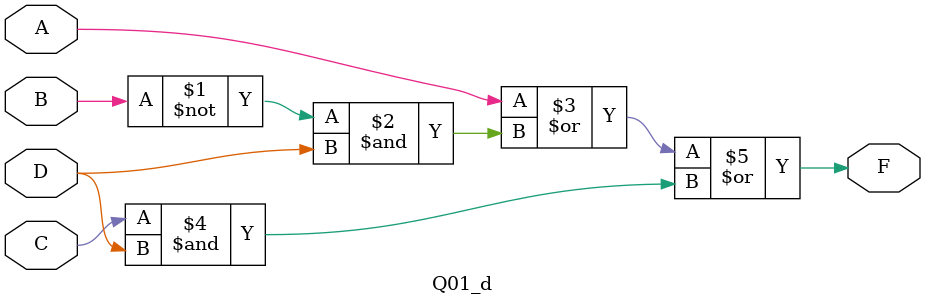
<source format=v>
module Q01_d
(
    input A,
    input B,
    input C,
    input D,
    output F
);

// Simplificação pelo mapa de Karnaugh:
// F = A + B'D + CD
assign F = A | (~B & D) | (C & D);

endmodule
</source>
